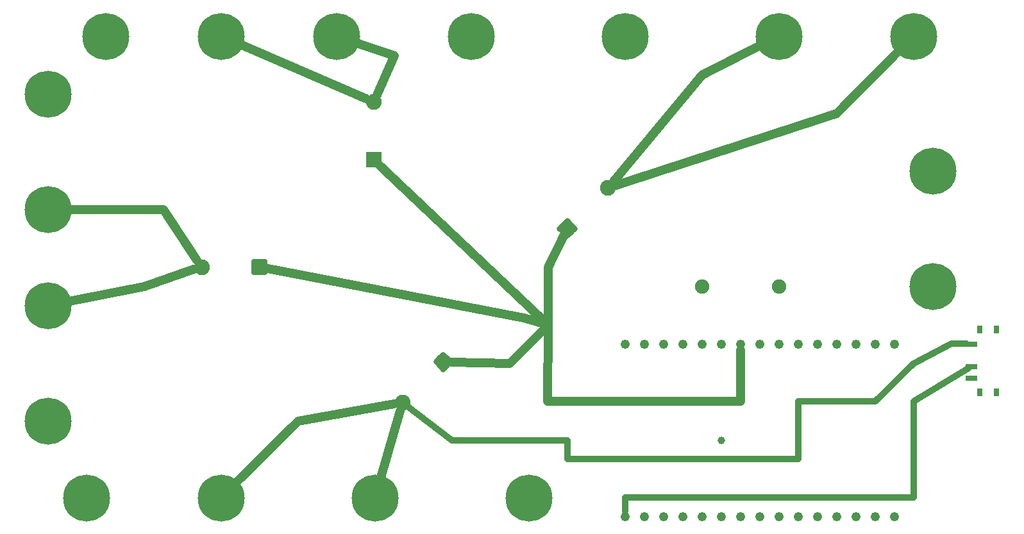
<source format=gbl>
G04 MADE WITH FRITZING*
G04 WWW.FRITZING.ORG*
G04 DOUBLE SIDED*
G04 HOLES PLATED*
G04 CONTOUR ON CENTER OF CONTOUR VECTOR*
%ASAXBY*%
%FSLAX23Y23*%
%MOIN*%
%OFA0B0*%
%SFA1.0B1.0*%
%ADD10C,0.047859*%
%ADD11C,0.039370*%
%ADD12C,0.082000*%
%ADD13C,0.075000*%
%ADD14C,0.244000*%
%ADD15R,0.031496X0.039370*%
%ADD16R,0.059055X0.027559*%
%ADD17R,0.082000X0.082000*%
%ADD18C,0.032000*%
%ADD19C,0.048000*%
%ADD20C,0.020000*%
%LNCOPPER0*%
G90*
G70*
G54D10*
X3690Y1171D03*
X3491Y274D03*
X3591Y274D03*
X3690Y274D03*
X3790Y274D03*
X3890Y274D03*
X3591Y1171D03*
X3491Y1171D03*
X3790Y1171D03*
X3990Y274D03*
X4090Y274D03*
X4190Y274D03*
X4289Y274D03*
X4389Y274D03*
X4489Y274D03*
X4589Y274D03*
X4689Y274D03*
X4789Y274D03*
X4889Y274D03*
X4190Y1171D03*
X4289Y1171D03*
X4389Y1171D03*
X4489Y1171D03*
X4589Y1171D03*
X4689Y1171D03*
X4789Y1171D03*
X4889Y1171D03*
X3890Y1171D03*
X3990Y1171D03*
X4090Y1171D03*
G54D11*
X3989Y668D03*
G54D12*
X2545Y1078D03*
X2333Y865D03*
G54D13*
X4289Y1471D03*
X3889Y1471D03*
G54D14*
X2989Y371D03*
X2189Y371D03*
X5089Y1471D03*
X489Y2471D03*
X789Y2771D03*
X489Y1371D03*
X1989Y2771D03*
X2689Y2771D03*
X4289Y2771D03*
X5089Y2071D03*
X489Y1871D03*
X1389Y2771D03*
X3489Y2771D03*
X4989Y2771D03*
X1389Y371D03*
X489Y771D03*
X689Y371D03*
G54D12*
X3189Y1771D03*
X3401Y1984D03*
X1589Y1571D03*
X1289Y1571D03*
X2183Y2128D03*
X2183Y2428D03*
G54D15*
X5335Y1246D03*
X5421Y1246D03*
X5421Y919D03*
X5335Y919D03*
G54D16*
X5289Y1171D03*
X5289Y1053D03*
X5289Y994D03*
G54D17*
X2183Y2128D03*
G54D18*
X4791Y872D02*
X4389Y872D01*
D02*
X4989Y1071D02*
X4791Y872D01*
D02*
X5188Y1172D02*
X4989Y1071D01*
D02*
X2589Y669D02*
X2363Y842D01*
D02*
X3189Y669D02*
X2589Y669D01*
D02*
X3189Y572D02*
X3189Y669D01*
D02*
X4389Y572D02*
X3189Y572D01*
D02*
X4389Y872D02*
X4389Y572D01*
D02*
X5265Y1172D02*
X5188Y1172D01*
D02*
X4989Y872D02*
X5276Y1045D01*
D02*
X4989Y374D02*
X4989Y872D01*
D02*
X3489Y374D02*
X4989Y374D01*
D02*
X3490Y302D02*
X3489Y374D01*
G54D19*
D02*
X4589Y2371D02*
X4921Y2703D01*
D02*
X3443Y1997D02*
X4589Y2371D01*
D02*
X989Y1471D02*
X585Y1391D01*
D02*
X1089Y1871D02*
X587Y1871D01*
D02*
X1248Y1558D02*
X989Y1471D01*
D02*
X1265Y1607D02*
X1089Y1871D01*
D02*
X2889Y1071D02*
X2589Y1077D01*
D02*
X2962Y1305D02*
X1632Y1563D01*
D02*
X3089Y1271D02*
X2962Y1305D01*
D02*
X3089Y1271D02*
X2889Y1071D01*
D02*
X3087Y872D02*
X3089Y1271D01*
D02*
X4089Y872D02*
X3087Y872D01*
D02*
X3089Y1271D02*
X2215Y2098D01*
D02*
X3089Y1571D02*
X3170Y1733D01*
D02*
X3089Y1271D02*
X3089Y1571D01*
D02*
X4090Y1138D02*
X4089Y872D01*
D02*
X2289Y2671D02*
X2082Y2741D01*
D02*
X2200Y2467D02*
X2289Y2671D01*
D02*
X2144Y2445D02*
X1479Y2733D01*
D02*
X3889Y2571D02*
X3429Y2017D01*
D02*
X4202Y2728D02*
X3889Y2571D01*
D02*
X1789Y771D02*
X2291Y858D01*
D02*
X1458Y440D02*
X1789Y771D01*
D02*
X2217Y465D02*
X2321Y824D01*
G54D20*
X2545Y1034D02*
X2502Y1078D01*
X2545Y1121D01*
X2589Y1078D01*
X2545Y1034D01*
D02*
X3189Y1815D02*
X3233Y1771D01*
X3189Y1728D01*
X3145Y1771D01*
X3189Y1815D01*
D02*
X1558Y1540D02*
X1558Y1602D01*
X1620Y1602D01*
X1620Y1540D01*
X1558Y1540D01*
D02*
G04 End of Copper0*
M02*
</source>
